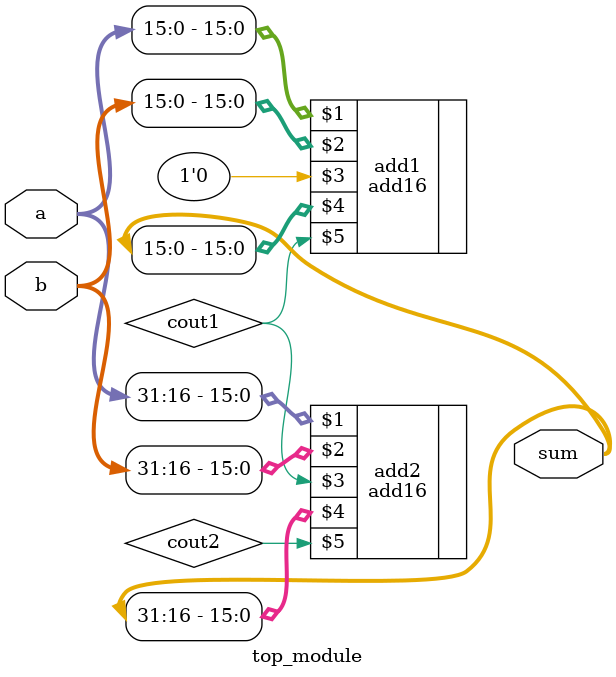
<source format=v>
module top_module(
    input [31:0] a,
    input [31:0] b,
    output [31:0] sum
);
    
    wire cout1, cout2;
    add16 add1(a[15:0],b[15:0],1'b0,sum[15:0],cout1);
    add16 add2(a[31:16],b[31:16],cout1,sum[31:16],cout2);

endmodule

</source>
